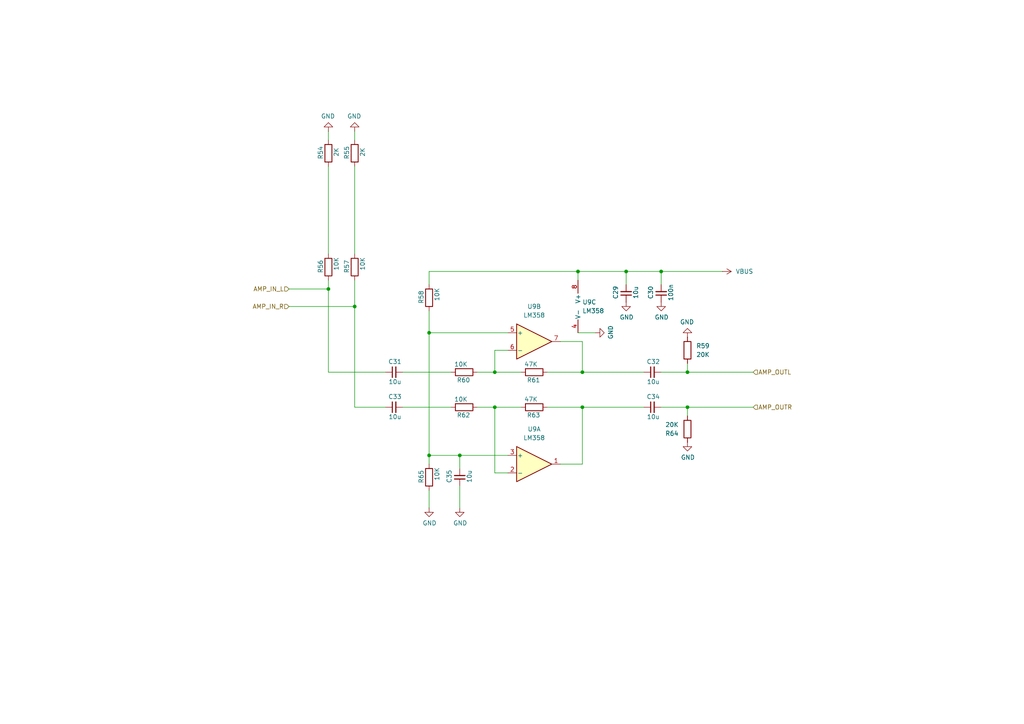
<source format=kicad_sch>
(kicad_sch (version 20250114) (generator "eeschema") (generator_version "9.0")
  (paper "A4")
  (title_block (title "MiniFRANK RM1P2") (date "2025-05-24") (rev "${VERSION}") (company "Mikhail Matveev") (comment 1 "https://github.com/xtremespb/frank"))
  (lib_symbols
    (symbol "Amplifier_Operational:LM358" (pin_names (offset 0.127))
      (property "Reference" "U" (at 0 5.08 0))
      (property "Value" "LM358" (at 0 -5.08 0))
      (symbol "LM358_1_1"
        (polyline (pts (xy -5.08 5.08) (xy 5.08 0) (xy -5.08 -5.08) (xy -5.08 5.08)) (stroke (width 0.254)) (fill (type background)))
        (pin input line (at -7.62 2.54 0) (length 2.54) (name "+") (number "3"))
        (pin input line (at -7.62 -2.54 0) (length 2.54) (name "-") (number "2"))
        (pin output line (at 7.62 0 180) (length 2.54) (name "~") (number "1"))
      )
      (symbol "LM358_2_1"
        (polyline (pts (xy -5.08 5.08) (xy 5.08 0) (xy -5.08 -5.08) (xy -5.08 5.08)) (stroke (width 0.254)) (fill (type background)))
        (pin input line (at -7.62 2.54 0) (length 2.54) (name "+") (number "5"))
        (pin input line (at -7.62 -2.54 0) (length 2.54) (name "-") (number "6"))
        (pin output line (at 7.62 0 180) (length 2.54) (name "~") (number "7"))
      )
      (symbol "LM358_3_1"
        (pin power_in line (at -2.54 7.62 270) (length 3.81) (name "V+") (number "8"))
        (pin power_in line (at -2.54 -7.62 90) (length 3.81) (name "V-") (number "4"))
      )
    )
    (symbol "Device:C_Small" (pin_numbers (hide yes)) (pin_names (offset 0.254) (hide yes))
      (property "Reference" "C" (at 0.254 1.778 0))
      (property "Value" "C_Small" (at 0.254 -2.032 0))
      (symbol "C_Small_0_1"
        (polyline (pts (xy -1.524 0.508) (xy 1.524 0.508)) (stroke (width 0.3048)))
        (polyline (pts (xy -1.524 -0.508) (xy 1.524 -0.508)) (stroke (width 0.3302)))
      )
      (symbol "C_Small_1_1"
        (pin passive line (at 0 2.54 270) (length 2.032) (name "~") (number "1"))
        (pin passive line (at 0 -2.54 90) (length 2.032) (name "~") (number "2"))
      )
    )
    (symbol "Device:R" (pin_numbers (hide yes)) (pin_names (offset 0))
      (property "Reference" "R" (at 2.032 0 90))
      (property "Value" "R" (at 0 0 90))
      (symbol "R_0_1"
        (rectangle (start -1.016 -2.54) (end 1.016 2.54) (stroke (width 0.254)))
      )
      (symbol "R_1_1"
        (pin passive line (at 0 3.81 270) (length 1.27) (name "~") (number "1"))
        (pin passive line (at 0 -3.81 90) (length 1.27) (name "~") (number "2"))
      )
    )
    (symbol "GND_1" (power) (pin_numbers (hide yes)) (pin_names (offset 0) (hide yes))
      (property "Value" "GND" (at 0 -3.81 0))
      (symbol "GND_1_0_1"
        (polyline (pts (xy 0 0) (xy 0 -1.27) (xy 1.27 -1.27) (xy 0 -2.54) (xy -1.27 -1.27) (xy 0 -1.27)))
      )
      (symbol "GND_1_1_1"
        (pin power_in line (at 0 0 270) (length 0) (name "~") (number "1"))
      )
    )
    (symbol "power:VBUS" (power) (pin_numbers (hide yes)) (pin_names (offset 0) (hide yes))
      (property "Value" "VBUS" (at 0 3.556 0))
      (symbol "VBUS_0_1"
        (polyline (pts (xy -0.762 1.27) (xy 0 2.54)))
        (polyline (pts (xy 0 2.54) (xy 0.762 1.27)))
        (polyline (pts (xy 0 0) (xy 0 2.54)))
      )
      (symbol "VBUS_1_1"
        (pin power_in line (at 0 0 90) (length 0) (name "~") (number "1"))
      )
    )
  )
  (junction (at 168.91 118.11))
  (junction (at 181.61 78.74))
  (junction (at 167.64 78.74))
  (junction (at 143.51 118.11))
  (junction (at 199.39 118.11))
  (junction (at 95.25 83.82))
  (junction (at 191.77 78.74))
  (junction (at 124.46 132.08))
  (junction (at 143.51 107.95))
  (junction (at 102.87 88.9))
  (junction (at 133.35 132.08))
  (junction (at 124.46 96.52))
  (junction (at 199.39 107.95))
  (junction (at 168.91 107.95))
  (wire (pts (xy 147.32 137.16) (xy 143.51 137.16)))
  (wire (pts (xy 102.87 118.11) (xy 111.76 118.11)))
  (wire (pts (xy 95.25 81.28) (xy 95.25 83.82)))
  (wire (pts (xy 167.64 78.74) (xy 181.61 78.74)))
  (wire (pts (xy 199.39 118.11) (xy 218.44 118.11)))
  (wire (pts (xy 143.51 101.6) (xy 143.51 107.95)))
  (wire (pts (xy 199.39 107.95) (xy 218.44 107.95)))
  (wire (pts (xy 138.43 107.95) (xy 143.51 107.95)))
  (wire (pts (xy 102.87 88.9) (xy 102.87 118.11)))
  (wire (pts (xy 158.75 118.11) (xy 168.91 118.11)))
  (wire (pts (xy 191.77 107.95) (xy 199.39 107.95)))
  (wire (pts (xy 138.43 118.11) (xy 143.51 118.11)))
  (wire (pts (xy 168.91 99.06) (xy 168.91 107.95)))
  (wire (pts (xy 83.82 83.82) (xy 95.25 83.82)))
  (wire (pts (xy 181.61 78.74) (xy 181.61 82.55)))
  (wire (pts (xy 102.87 38.1) (xy 102.87 40.64)))
  (wire (pts (xy 191.77 78.74) (xy 209.55 78.74)))
  (wire (pts (xy 167.64 96.52) (xy 172.72 96.52)))
  (wire (pts (xy 133.35 147.32) (xy 133.35 140.97)))
  (wire (pts (xy 124.46 78.74) (xy 167.64 78.74)))
  (wire (pts (xy 116.84 107.95) (xy 130.81 107.95)))
  (wire (pts (xy 124.46 96.52) (xy 124.46 132.08)))
  (wire (pts (xy 168.91 107.95) (xy 186.69 107.95)))
  (wire (pts (xy 181.61 78.74) (xy 191.77 78.74)))
  (wire (pts (xy 168.91 118.11) (xy 186.69 118.11)))
  (wire (pts (xy 143.51 107.95) (xy 151.13 107.95)))
  (wire (pts (xy 95.25 107.95) (xy 111.76 107.95)))
  (wire (pts (xy 116.84 118.11) (xy 130.81 118.11)))
  (wire (pts (xy 143.51 118.11) (xy 151.13 118.11)))
  (wire (pts (xy 124.46 82.55) (xy 124.46 78.74)))
  (wire (pts (xy 191.77 78.74) (xy 191.77 82.55)))
  (wire (pts (xy 133.35 132.08) (xy 133.35 135.89)))
  (wire (pts (xy 124.46 96.52) (xy 147.32 96.52)))
  (wire (pts (xy 162.56 99.06) (xy 168.91 99.06)))
  (wire (pts (xy 199.39 120.65) (xy 199.39 118.11)))
  (wire (pts (xy 95.25 83.82) (xy 95.25 107.95)))
  (wire (pts (xy 143.51 137.16) (xy 143.51 118.11)))
  (wire (pts (xy 167.64 78.74) (xy 167.64 81.28)))
  (wire (pts (xy 124.46 132.08) (xy 133.35 132.08)))
  (wire (pts (xy 158.75 107.95) (xy 168.91 107.95)))
  (wire (pts (xy 102.87 48.26) (xy 102.87 73.66)))
  (wire (pts (xy 124.46 132.08) (xy 124.46 134.62)))
  (wire (pts (xy 124.46 90.17) (xy 124.46 96.52)))
  (wire (pts (xy 168.91 118.11) (xy 168.91 134.62)))
  (wire (pts (xy 102.87 81.28) (xy 102.87 88.9)))
  (wire (pts (xy 95.25 38.1) (xy 95.25 40.64)))
  (wire (pts (xy 191.77 118.11) (xy 199.39 118.11)))
  (wire (pts (xy 83.82 88.9) (xy 102.87 88.9)))
  (wire (pts (xy 162.56 134.62) (xy 168.91 134.62)))
  (wire (pts (xy 133.35 132.08) (xy 147.32 132.08)))
  (wire (pts (xy 199.39 105.41) (xy 199.39 107.95)))
  (wire (pts (xy 124.46 147.32) (xy 124.46 142.24)))
  (wire (pts (xy 95.25 48.26) (xy 95.25 73.66)))
  (wire (pts (xy 143.51 101.6) (xy 147.32 101.6)))
  (hierarchical_label "AMP_IN_L" (shape input) (at 83.82 83.82 180))
  (hierarchical_label "AMP_OUTR" (shape input) (at 218.44 118.11 0))
  (hierarchical_label "AMP_IN_R" (shape input) (at 83.82 88.9 180))
  (hierarchical_label "AMP_OUTL" (shape input) (at 218.44 107.95 0))
  (symbol (lib_id "Device:R") (at 199.39 124.46 180) (unit 1)
    (property "Reference" "R64" (at 196.85 125.7301 0) (effects (justify left)))
    (property "Value" "20K" (at 196.85 123.1901 0) (effects (justify left)))
    (property "Footprint" "FRANK:Resistor (0805)" (effects (hide yes)))
    (property "Datasheet" "https://www.vishay.com/docs/28952/mcs0402at-mct0603at-mcu0805at-mca1206at.pdf" (effects (hide yes)))
    (property "AliExpress" "https://www.aliexpress.com/item/1005005945735199.html" (effects (hide yes)))
  )
  (symbol (lib_id "Device:C_Small") (at 189.23 107.95 90) (unit 1)
    (property "Reference" "C32" (at 189.484 104.902 90))
    (property "Value" "10u" (at 189.484 110.744 90))
    (property "Footprint" "FRANK:Capacitor (0805)" (effects (hide yes)))
    (property "Datasheet" "https://eu.mouser.com/datasheet/2/40/KGM_X7R-3223212.pdf" (effects (hide yes)))
    (property "Description" "Unpolarized capacitor, small symbol" (effects (hide yes)))
    (property "AliExpress" "https://www.aliexpress.com/item/33008008276.html" (effects (hide yes)))
  )
  (symbol (lib_name "GND_1") (lib_id "power:GND") (at 172.72 96.52 90) (unit 1)
    (property "Reference" "#PWR0104" (effects (hide yes)))
    (property "Value" "GND" (at 177.1142 96.393 0))
    (property "Description" "Power symbol creates a global label with name \"GND\" , ground" (effects (hide yes)))
  )
  (symbol (lib_name "GND_1") (lib_id "power:GND") (at 124.46 147.32 0) (unit 1)
    (property "Reference" "#PWR0107" (effects (hide yes)))
    (property "Value" "GND" (at 124.587 151.7142 0))
    (property "Description" "Power symbol creates a global label with name \"GND\" , ground" (effects (hide yes)))
  )
  (symbol (lib_id "Device:R") (at 102.87 77.47 180) (unit 1)
    (property "Reference" "R57" (at 100.584 79.248 90) (effects (justify right)))
    (property "Value" "10K" (at 105.156 78.486 90) (effects (justify right)))
    (property "Footprint" "FRANK:Resistor (0805)" (effects (hide yes)))
    (property "Datasheet" "https://www.vishay.com/docs/28952/mcs0402at-mct0603at-mcu0805at-mca1206at.pdf" (effects (hide yes)))
    (property "AliExpress" "https://www.aliexpress.com/item/1005005945735199.html" (effects (hide yes)))
  )
  (symbol (lib_name "GND_1") (lib_id "power:GND") (at 95.25 38.1 180) (unit 1)
    (property "Reference" "#PWR099" (effects (hide yes)))
    (property "Value" "GND" (at 95.123 33.7058 0))
    (property "Description" "Power symbol creates a global label with name \"GND\" , ground" (effects (hide yes)))
  )
  (symbol (lib_name "GND_1") (lib_id "power:GND") (at 102.87 38.1 180) (unit 1)
    (property "Reference" "#PWR0100" (effects (hide yes)))
    (property "Value" "GND" (at 102.743 33.7058 0))
    (property "Description" "Power symbol creates a global label with name \"GND\" , ground" (effects (hide yes)))
  )
  (symbol (lib_id "Device:R") (at 134.62 107.95 270) (unit 1)
    (property "Reference" "R60" (at 136.398 110.236 90) (effects (justify right)))
    (property "Value" "10K" (at 135.636 105.664 90) (effects (justify right)))
    (property "Footprint" "FRANK:Resistor (0805)" (effects (hide yes)))
    (property "Datasheet" "https://www.vishay.com/docs/28952/mcs0402at-mct0603at-mcu0805at-mca1206at.pdf" (effects (hide yes)))
    (property "AliExpress" "https://www.aliexpress.com/item/1005005945735199.html" (effects (hide yes)))
  )
  (symbol (lib_id "Device:R") (at 95.25 44.45 180) (unit 1)
    (property "Reference" "R54" (at 92.964 46.228 90) (effects (justify right)))
    (property "Value" "2K" (at 97.536 45.466 90) (effects (justify right)))
    (property "Footprint" "FRANK:Resistor (0805)" (effects (hide yes)))
    (property "Datasheet" "https://www.vishay.com/docs/28952/mcs0402at-mct0603at-mcu0805at-mca1206at.pdf" (effects (hide yes)))
    (property "AliExpress" "https://www.aliexpress.com/item/1005005945735199.html" (effects (hide yes)))
  )
  (symbol (lib_id "Device:R") (at 154.94 107.95 270) (unit 1)
    (property "Reference" "R61" (at 156.718 110.236 90) (effects (justify right)))
    (property "Value" "47K" (at 155.956 105.664 90) (effects (justify right)))
    (property "Footprint" "FRANK:Resistor (0805)" (effects (hide yes)))
    (property "Datasheet" "https://www.vishay.com/docs/28952/mcs0402at-mct0603at-mcu0805at-mca1206at.pdf" (effects (hide yes)))
    (property "AliExpress" "https://www.aliexpress.com/item/1005005945735199.html" (effects (hide yes)))
  )
  (symbol (lib_id "Amplifier_Operational:LM358") (at 170.18 88.9 0) (unit 3)
    (property "Reference" "U9" (at 168.91 87.6299 0) (effects (justify left)))
    (property "Value" "LM358" (at 168.91 90.1699 0) (effects (justify left)))
    (property "Footprint" "FRANK:SO-8" (effects (hide yes)))
    (property "Datasheet" "http://www.ti.com/lit/ds/symlink/lm2904-n.pdf" (effects (hide yes)))
    (property "Description" "Low-Power, Dual Operational Amplifiers, DIP-8/SOIC-8/TO-99-8" (effects (hide yes)))
    (property "AliExpress" "https://www.aliexpress.com/item/1005006785079218.html" (effects (hide yes)))
  )
  (symbol (lib_id "Device:C_Small") (at 114.3 118.11 90) (unit 1)
    (property "Reference" "C33" (at 114.554 115.062 90))
    (property "Value" "10u" (at 114.554 120.904 90))
    (property "Footprint" "FRANK:Capacitor (0805)" (effects (hide yes)))
    (property "Datasheet" "https://eu.mouser.com/datasheet/2/40/KGM_X7R-3223212.pdf" (effects (hide yes)))
    (property "Description" "Unpolarized capacitor, small symbol" (effects (hide yes)))
    (property "AliExpress" "https://www.aliexpress.com/item/33008008276.html" (effects (hide yes)))
  )
  (symbol (lib_id "Amplifier_Operational:LM358") (at 154.94 99.06 0) (unit 2)
    (property "Reference" "U9" (at 154.94 88.9 0))
    (property "Value" "LM358" (at 154.94 91.44 0))
    (property "Footprint" "FRANK:SO-8" (effects (hide yes)))
    (property "Datasheet" "http://www.ti.com/lit/ds/symlink/lm2904-n.pdf" (effects (hide yes)))
    (property "Description" "Low-Power, Dual Operational Amplifiers, DIP-8/SOIC-8/TO-99-8" (effects (hide yes)))
    (property "AliExpress" "https://www.aliexpress.com/item/1005006785079218.html" (effects (hide yes)))
  )
  (symbol (lib_id "Device:C_Small") (at 189.23 118.11 90) (unit 1)
    (property "Reference" "C34" (at 189.484 115.062 90))
    (property "Value" "10u" (at 189.484 120.904 90))
    (property "Footprint" "FRANK:Capacitor (0805)" (effects (hide yes)))
    (property "Datasheet" "https://eu.mouser.com/datasheet/2/40/KGM_X7R-3223212.pdf" (effects (hide yes)))
    (property "Description" "Unpolarized capacitor, small symbol" (effects (hide yes)))
    (property "AliExpress" "https://www.aliexpress.com/item/33008008276.html" (effects (hide yes)))
  )
  (symbol (lib_id "Device:C_Small") (at 133.35 138.43 180) (unit 1)
    (property "Reference" "C35" (at 130.302 138.176 90))
    (property "Value" "10u" (at 136.144 138.176 90))
    (property "Footprint" "FRANK:Capacitor (0805)" (effects (hide yes)))
    (property "Datasheet" "https://eu.mouser.com/datasheet/2/40/KGM_X7R-3223212.pdf" (effects (hide yes)))
    (property "Description" "Unpolarized capacitor, small symbol" (effects (hide yes)))
    (property "AliExpress" "https://www.aliexpress.com/item/33008008276.html" (effects (hide yes)))
  )
  (symbol (lib_name "GND_1") (lib_id "power:GND") (at 199.39 128.27 0) (unit 1)
    (property "Reference" "#PWR0106" (effects (hide yes)))
    (property "Value" "GND" (at 199.517 132.6642 0))
    (property "Description" "Power symbol creates a global label with name \"GND\" , ground" (effects (hide yes)))
  )
  (symbol (lib_id "Device:R") (at 124.46 138.43 180) (unit 1)
    (property "Reference" "R65" (at 122.174 140.208 90) (effects (justify right)))
    (property "Value" "10K" (at 126.746 139.446 90) (effects (justify right)))
    (property "Footprint" "FRANK:Resistor (0805)" (effects (hide yes)))
    (property "Datasheet" "https://www.vishay.com/docs/28952/mcs0402at-mct0603at-mcu0805at-mca1206at.pdf" (effects (hide yes)))
    (property "AliExpress" "https://www.aliexpress.com/item/1005005945735199.html" (effects (hide yes)))
  )
  (symbol (lib_name "GND_1") (lib_id "power:GND") (at 199.39 97.79 180) (unit 1)
    (property "Reference" "#PWR0105" (effects (hide yes)))
    (property "Value" "GND" (at 199.263 93.3958 0))
    (property "Description" "Power symbol creates a global label with name \"GND\" , ground" (effects (hide yes)))
  )
  (symbol (lib_id "Device:R") (at 154.94 118.11 270) (unit 1)
    (property "Reference" "R63" (at 156.718 120.396 90) (effects (justify right)))
    (property "Value" "47K" (at 155.956 115.824 90) (effects (justify right)))
    (property "Footprint" "FRANK:Resistor (0805)" (effects (hide yes)))
    (property "Datasheet" "https://www.vishay.com/docs/28952/mcs0402at-mct0603at-mcu0805at-mca1206at.pdf" (effects (hide yes)))
    (property "AliExpress" "https://www.aliexpress.com/item/1005005945735199.html" (effects (hide yes)))
  )
  (symbol (lib_name "GND_1") (lib_id "power:GND") (at 133.35 147.32 0) (unit 1)
    (property "Reference" "#PWR0108" (effects (hide yes)))
    (property "Value" "GND" (at 133.477 151.7142 0))
    (property "Description" "Power symbol creates a global label with name \"GND\" , ground" (effects (hide yes)))
  )
  (symbol (lib_id "Device:R") (at 134.62 118.11 270) (unit 1)
    (property "Reference" "R62" (at 136.398 120.396 90) (effects (justify right)))
    (property "Value" "10K" (at 135.636 115.824 90) (effects (justify right)))
    (property "Footprint" "FRANK:Resistor (0805)" (effects (hide yes)))
    (property "Datasheet" "https://www.vishay.com/docs/28952/mcs0402at-mct0603at-mcu0805at-mca1206at.pdf" (effects (hide yes)))
    (property "AliExpress" "https://www.aliexpress.com/item/1005005945735199.html" (effects (hide yes)))
  )
  (symbol (lib_id "Amplifier_Operational:LM358") (at 154.94 134.62 0) (unit 1)
    (property "Reference" "U9" (at 154.94 124.46 0))
    (property "Value" "LM358" (at 154.94 127 0))
    (property "Footprint" "FRANK:SO-8" (effects (hide yes)))
    (property "Datasheet" "http://www.ti.com/lit/ds/symlink/lm2904-n.pdf" (effects (hide yes)))
    (property "Description" "Low-Power, Dual Operational Amplifiers, DIP-8/SOIC-8/TO-99-8" (effects (hide yes)))
    (property "AliExpress" "https://www.aliexpress.com/item/1005006785079218.html" (effects (hide yes)))
  )
  (symbol (lib_name "GND_1") (lib_id "power:GND") (at 181.61 87.63 0) (unit 1)
    (property "Reference" "#PWR0102" (effects (hide yes)))
    (property "Value" "GND" (at 181.737 92.0242 0))
    (property "Description" "Power symbol creates a global label with name \"GND\" , ground" (effects (hide yes)))
  )
  (symbol (lib_id "Device:R") (at 199.39 101.6 0) (unit 1)
    (property "Reference" "R59" (at 201.93 100.3299 0) (effects (justify left)))
    (property "Value" "20K" (at 201.93 102.8699 0) (effects (justify left)))
    (property "Footprint" "FRANK:Resistor (0805)" (effects (hide yes)))
    (property "Datasheet" "https://www.vishay.com/docs/28952/mcs0402at-mct0603at-mcu0805at-mca1206at.pdf" (effects (hide yes)))
    (property "AliExpress" "https://www.aliexpress.com/item/1005005945735199.html" (effects (hide yes)))
  )
  (symbol (lib_id "Device:R") (at 95.25 77.47 180) (unit 1)
    (property "Reference" "R56" (at 92.964 79.248 90) (effects (justify right)))
    (property "Value" "10K" (at 97.536 78.486 90) (effects (justify right)))
    (property "Footprint" "FRANK:Resistor (0805)" (effects (hide yes)))
    (property "Datasheet" "https://www.vishay.com/docs/28952/mcs0402at-mct0603at-mcu0805at-mca1206at.pdf" (effects (hide yes)))
    (property "AliExpress" "https://www.aliexpress.com/item/1005005945735199.html" (effects (hide yes)))
  )
  (symbol (lib_id "power:VBUS") (at 209.55 78.74 270) (unit 1)
    (property "Reference" "#PWR0101" (effects (hide yes)))
    (property "Value" "VBUS" (at 213.36 78.7399 90) (effects (justify left)))
    (property "Description" "Power symbol creates a global label with name \"VBUS\"" (effects (hide yes)))
  )
  (symbol (lib_id "Device:C_Small") (at 191.77 85.09 180) (unit 1)
    (property "Reference" "C30" (at 188.722 84.836 90))
    (property "Value" "100n" (at 194.564 84.836 90))
    (property "Footprint" "FRANK:Capacitor (0805)" (effects (hide yes)))
    (property "Datasheet" "https://eu.mouser.com/datasheet/2/40/KGM_X7R-3223212.pdf" (effects (hide yes)))
    (property "Description" "Unpolarized capacitor, small symbol" (effects (hide yes)))
    (property "AliExpress" "https://www.aliexpress.com/item/33008008276.html" (effects (hide yes)))
  )
  (symbol (lib_name "GND_1") (lib_id "power:GND") (at 191.77 87.63 0) (unit 1)
    (property "Reference" "#PWR0103" (effects (hide yes)))
    (property "Value" "GND" (at 191.897 92.0242 0))
    (property "Description" "Power symbol creates a global label with name \"GND\" , ground" (effects (hide yes)))
  )
  (symbol (lib_id "Device:C_Small") (at 114.3 107.95 90) (unit 1)
    (property "Reference" "C31" (at 114.554 104.902 90))
    (property "Value" "10u" (at 114.554 110.744 90))
    (property "Footprint" "FRANK:Capacitor (0805)" (effects (hide yes)))
    (property "Datasheet" "https://eu.mouser.com/datasheet/2/40/KGM_X7R-3223212.pdf" (effects (hide yes)))
    (property "Description" "Unpolarized capacitor, small symbol" (effects (hide yes)))
    (property "AliExpress" "https://www.aliexpress.com/item/33008008276.html" (effects (hide yes)))
  )
  (symbol (lib_id "Device:R") (at 124.46 86.36 180) (unit 1)
    (property "Reference" "R58" (at 122.174 88.138 90) (effects (justify right)))
    (property "Value" "10K" (at 126.746 87.376 90) (effects (justify right)))
    (property "Footprint" "FRANK:Resistor (0805)" (effects (hide yes)))
    (property "Datasheet" "https://www.vishay.com/docs/28952/mcs0402at-mct0603at-mcu0805at-mca1206at.pdf" (effects (hide yes)))
    (property "AliExpress" "https://www.aliexpress.com/item/1005005945735199.html" (effects (hide yes)))
  )
  (symbol (lib_id "Device:C_Small") (at 181.61 85.09 180) (unit 1)
    (property "Reference" "C29" (at 178.562 84.836 90))
    (property "Value" "10u" (at 184.404 84.836 90))
    (property "Footprint" "FRANK:Capacitor (0805)" (effects (hide yes)))
    (property "Datasheet" "https://eu.mouser.com/datasheet/2/40/KGM_X7R-3223212.pdf" (effects (hide yes)))
    (property "Description" "Unpolarized capacitor, small symbol" (effects (hide yes)))
    (property "AliExpress" "https://www.aliexpress.com/item/33008008276.html" (effects (hide yes)))
  )
  (symbol (lib_id "Device:R") (at 102.87 44.45 180) (unit 1)
    (property "Reference" "R55" (at 100.584 46.228 90) (effects (justify right)))
    (property "Value" "2K" (at 105.156 45.466 90) (effects (justify right)))
    (property "Footprint" "FRANK:Resistor (0805)" (effects (hide yes)))
    (property "Datasheet" "https://www.vishay.com/docs/28952/mcs0402at-mct0603at-mcu0805at-mca1206at.pdf" (effects (hide yes)))
    (property "AliExpress" "https://www.aliexpress.com/item/1005005945735199.html" (effects (hide yes)))
  )
)
</source>
